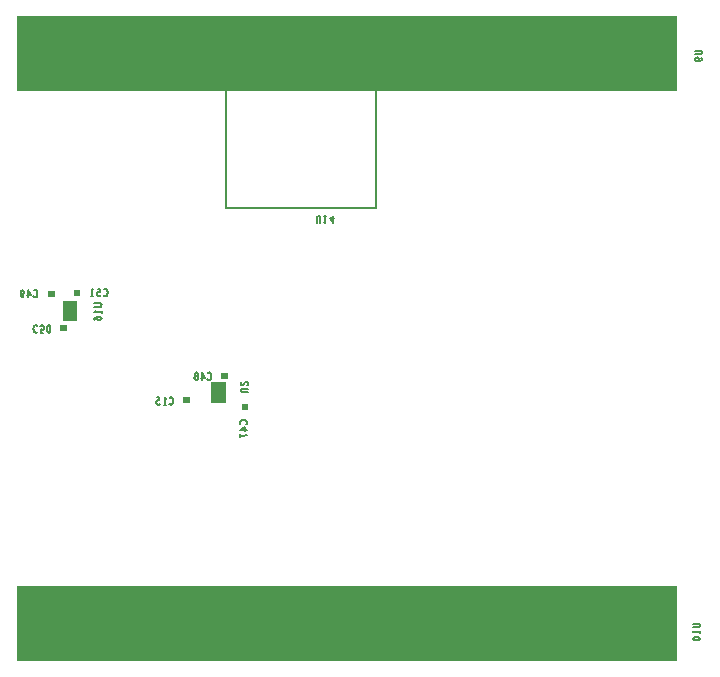
<source format=gbo>
G04 ================== begin FILE IDENTIFICATION RECORD ==================*
G04 Layout Name:  BBB_CAPE_PCB_AN_V_1_1.brd*
G04 Film Name:    SILKSCREEN_BOTTOM*
G04 File Format:  Gerber RS274X*
G04 File Origin:  Cadence Allegro 16.6-2015-S056*
G04 Origin Date:  Tue May 17 20:29:37 2016*
G04 *
G04 Layer:  REF DES/SILKSCREEN_BOTTOM*
G04 Layer:  PACKAGE GEOMETRY/SILKSCREEN_BOTTOM*
G04 Layer:  BOARD GEOMETRY/SILKSCREEN_BOTTOM*
G04 *
G04 Offset:    (0.00 0.00)*
G04 Mirror:    No*
G04 Mode:      Positive*
G04 Rotation:  0*
G04 FullContactRelief:  No*
G04 UndefLineWidth:     5.00*
G04 ================== end FILE IDENTIFICATION RECORD ====================*
%FSLAX25Y25*MOIN*%
%IR0*IPPOS*OFA0.00000B0.00000*MIA0B0*SFA1.00000B1.00000*%
%ADD10C,.005*%
G75*
%LPD*%
G75*
G36*
G01X611300Y1618100D02*
X831300D01*
Y1593100D01*
X611300D01*
Y1618100D01*
G37*
G36*
G01X611400Y1808000D02*
X831400D01*
Y1783000D01*
X611400D01*
Y1808000D01*
G37*
G36*
G01X625700Y1702900D02*
Y1704900D01*
X627900D01*
Y1702900D01*
X625700D01*
G37*
G36*
G01X626600Y1713200D02*
X631400D01*
Y1706300D01*
X626600D01*
Y1713200D01*
G37*
G36*
G01X623800Y1716400D02*
Y1714400D01*
X621600D01*
Y1716400D01*
X623800D01*
G37*
G36*
G01X632400Y1716600D02*
Y1714600D01*
X630200D01*
Y1716600D01*
X632400D01*
G37*
G36*
G01X668800Y1680900D02*
Y1678900D01*
X666600D01*
Y1680900D01*
X668800D01*
G37*
G36*
G01X686100Y1678800D02*
X688100D01*
Y1676600D01*
X686100D01*
Y1678800D01*
G37*
G36*
G01X681600Y1688900D02*
Y1686900D01*
X679400D01*
Y1688900D01*
X681600D01*
G37*
G36*
G01X680800Y1679000D02*
X676000D01*
Y1685900D01*
X680800D01*
Y1679000D01*
G37*
G54D10*
G01X616813Y1716592D02*
X616973Y1716717D01*
X617160Y1716800D01*
X617373D01*
X617613Y1716675D01*
X617800Y1716467D01*
X617933Y1716217D01*
X618040Y1715800D01*
X618067Y1715425D01*
X618013Y1715050D01*
X617933Y1714800D01*
X617773Y1714550D01*
X617587Y1714383D01*
X617400Y1714300D01*
X617213D01*
X617027Y1714383D01*
X616867Y1714508D01*
X616733Y1714675D01*
G01X614880Y1714300D02*
Y1716800D01*
X615867Y1715008D01*
X614533D01*
G01X613453Y1714592D02*
X613267Y1714383D01*
X613053Y1714300D01*
X612840Y1714383D01*
X612653Y1714633D01*
X612520Y1715008D01*
X612467Y1715383D01*
Y1715842D01*
X612520Y1716217D01*
X612653Y1716550D01*
X612813Y1716717D01*
X613000Y1716800D01*
X613213Y1716717D01*
X613373Y1716550D01*
X613480Y1716300D01*
X613533Y1715967D01*
X613480Y1715675D01*
X613347Y1715383D01*
X613187Y1715217D01*
X613000Y1715175D01*
X612787Y1715258D01*
X612627Y1715467D01*
X612467Y1715842D01*
G01X617987Y1702708D02*
X617827Y1702583D01*
X617640Y1702500D01*
X617427D01*
X617187Y1702625D01*
X617000Y1702833D01*
X616867Y1703083D01*
X616760Y1703500D01*
X616733Y1703875D01*
X616787Y1704250D01*
X616867Y1704500D01*
X617027Y1704750D01*
X617213Y1704917D01*
X617400Y1705000D01*
X617587D01*
X617773Y1704917D01*
X617933Y1704792D01*
X618067Y1704625D01*
G01X619013D02*
X619173Y1704833D01*
X619360Y1704958D01*
X619600Y1705000D01*
X619840Y1704917D01*
X620027Y1704750D01*
X620160Y1704458D01*
X620187Y1704125D01*
X620133Y1703792D01*
X620000Y1703583D01*
X619813Y1703417D01*
X619627Y1703375D01*
X619440Y1703417D01*
X619200Y1703583D01*
X619280Y1702500D01*
X620000D01*
G01X621800D02*
X621587Y1702583D01*
X621427Y1702792D01*
X621320Y1703042D01*
X621240Y1703375D01*
X621213Y1703750D01*
X621240Y1704125D01*
X621320Y1704458D01*
X621427Y1704708D01*
X621587Y1704917D01*
X621800Y1705000D01*
X622013Y1704917D01*
X622173Y1704708D01*
X622280Y1704458D01*
X622360Y1704125D01*
X622387Y1703750D01*
X622360Y1703375D01*
X622280Y1703042D01*
X622173Y1702792D01*
X622013Y1702583D01*
X621800Y1702500D01*
G01X640213Y1716892D02*
X640373Y1717017D01*
X640560Y1717100D01*
X640773D01*
X641013Y1716975D01*
X641200Y1716767D01*
X641333Y1716517D01*
X641440Y1716100D01*
X641467Y1715725D01*
X641413Y1715350D01*
X641333Y1715100D01*
X641173Y1714850D01*
X640987Y1714683D01*
X640800Y1714600D01*
X640613D01*
X640427Y1714683D01*
X640267Y1714808D01*
X640133Y1714975D01*
G01X639187D02*
X639027Y1714767D01*
X638840Y1714642D01*
X638600Y1714600D01*
X638360Y1714683D01*
X638173Y1714850D01*
X638040Y1715142D01*
X638013Y1715475D01*
X638067Y1715808D01*
X638200Y1716017D01*
X638387Y1716183D01*
X638573Y1716225D01*
X638760Y1716183D01*
X639000Y1716017D01*
X638920Y1717100D01*
X638200D01*
G01X636400Y1714600D02*
Y1717100D01*
X636720Y1716600D01*
G01Y1714600D02*
X636080D01*
G01X637000Y1712287D02*
X638792D01*
X639167Y1712180D01*
X639417Y1711967D01*
X639500Y1711700D01*
X639417Y1711433D01*
X639167Y1711220D01*
X638792Y1711113D01*
X637000D01*
G01X639500Y1709500D02*
X637000D01*
X637500Y1709820D01*
G01X639500D02*
Y1709180D01*
G01X638458Y1707807D02*
X638167Y1707620D01*
X638000Y1707460D01*
X637917Y1707247D01*
X638000Y1707060D01*
X638167Y1706927D01*
X638417Y1706820D01*
X638708Y1706793D01*
X638958Y1706820D01*
X639208Y1706927D01*
X639417Y1707087D01*
X639500Y1707273D01*
X639417Y1707487D01*
X639167Y1707673D01*
X638792Y1707780D01*
X638375Y1707807D01*
X637833Y1707753D01*
X637542Y1707673D01*
X637250Y1707540D01*
X637042Y1707353D01*
X637000Y1707167D01*
X637083Y1706980D01*
X637292Y1706847D01*
G01X662113Y1680792D02*
X662273Y1680917D01*
X662460Y1681000D01*
X662673D01*
X662913Y1680875D01*
X663100Y1680667D01*
X663233Y1680417D01*
X663340Y1680000D01*
X663367Y1679625D01*
X663313Y1679250D01*
X663233Y1679000D01*
X663073Y1678750D01*
X662887Y1678583D01*
X662700Y1678500D01*
X662513D01*
X662327Y1678583D01*
X662167Y1678708D01*
X662033Y1678875D01*
G01X660500Y1678500D02*
Y1681000D01*
X660820Y1680500D01*
G01Y1678500D02*
X660180D01*
G01X658887Y1678875D02*
X658727Y1678667D01*
X658540Y1678542D01*
X658300Y1678500D01*
X658060Y1678583D01*
X657873Y1678750D01*
X657740Y1679042D01*
X657713Y1679375D01*
X657767Y1679708D01*
X657900Y1679917D01*
X658087Y1680083D01*
X658273Y1680125D01*
X658460Y1680083D01*
X658700Y1679917D01*
X658620Y1681000D01*
X657900D01*
G01X685708Y1672113D02*
X685583Y1672273D01*
X685500Y1672460D01*
Y1672673D01*
X685625Y1672913D01*
X685833Y1673100D01*
X686083Y1673233D01*
X686500Y1673340D01*
X686875Y1673367D01*
X687250Y1673313D01*
X687500Y1673233D01*
X687750Y1673073D01*
X687917Y1672887D01*
X688000Y1672700D01*
Y1672513D01*
X687917Y1672327D01*
X687792Y1672167D01*
X687625Y1672033D01*
G01X688000Y1670180D02*
X685500D01*
X687292Y1671167D01*
Y1669833D01*
G01X688000Y1668353D02*
X687458Y1668300D01*
X687000Y1668220D01*
X686583Y1668113D01*
X686125Y1667980D01*
X685500Y1667767D01*
Y1668833D01*
G01X674813Y1689092D02*
X674973Y1689217D01*
X675160Y1689300D01*
X675373D01*
X675613Y1689175D01*
X675800Y1688967D01*
X675933Y1688717D01*
X676040Y1688300D01*
X676067Y1687925D01*
X676013Y1687550D01*
X675933Y1687300D01*
X675773Y1687050D01*
X675587Y1686883D01*
X675400Y1686800D01*
X675213D01*
X675027Y1686883D01*
X674867Y1687008D01*
X674733Y1687175D01*
G01X672880Y1686800D02*
Y1689300D01*
X673867Y1687508D01*
X672533D01*
G01X671000Y1686800D02*
X670813Y1686842D01*
X670600Y1686967D01*
X670467Y1687175D01*
X670413Y1687467D01*
X670467Y1687758D01*
X670627Y1688008D01*
X670867Y1688133D01*
X671133D01*
X671293Y1688217D01*
X671427Y1688425D01*
X671480Y1688717D01*
X671400Y1689008D01*
X671213Y1689217D01*
X671000Y1689300D01*
X670787Y1689217D01*
X670600Y1689008D01*
X670520Y1688717D01*
X670573Y1688425D01*
X670707Y1688217D01*
X670867Y1688133D01*
X671133D01*
X671373Y1688008D01*
X671533Y1687758D01*
X671587Y1687467D01*
X671533Y1687175D01*
X671400Y1686967D01*
X671187Y1686842D01*
X671000Y1686800D01*
G01X688400Y1682713D02*
X686608D01*
X686233Y1682820D01*
X685983Y1683033D01*
X685900Y1683300D01*
X685983Y1683567D01*
X686233Y1683780D01*
X686608Y1683887D01*
X688400D01*
G01X687983Y1684993D02*
X688233Y1685153D01*
X688358Y1685340D01*
X688400Y1685553D01*
X688317Y1685820D01*
X688108Y1686007D01*
X687858Y1686060D01*
X687608Y1686033D01*
X687400Y1685927D01*
X686983Y1685393D01*
X686692Y1685153D01*
X686275Y1684993D01*
X685900Y1684940D01*
Y1686060D01*
G01X681000Y1743900D02*
Y1783900D01*
X731000D01*
Y1743900D01*
X681000D01*
G01X711213Y1738900D02*
Y1740692D01*
X711320Y1741067D01*
X711533Y1741317D01*
X711800Y1741400D01*
X712067Y1741317D01*
X712280Y1741067D01*
X712387Y1740692D01*
Y1738900D01*
G01X714000Y1741400D02*
Y1738900D01*
X713680Y1739400D01*
G01Y1741400D02*
X714320D01*
G01X716520D02*
Y1738900D01*
X715533Y1740692D01*
X716867D01*
G01X836500Y1605487D02*
X838292D01*
X838667Y1605380D01*
X838917Y1605167D01*
X839000Y1604900D01*
X838917Y1604633D01*
X838667Y1604420D01*
X838292Y1604313D01*
X836500D01*
G01X839000Y1602700D02*
X836500D01*
X837000Y1603020D01*
G01X839000D02*
Y1602380D01*
G01X836500Y1600500D02*
X836583Y1600713D01*
X836792Y1600873D01*
X837042Y1600980D01*
X837375Y1601060D01*
X837750Y1601087D01*
X838125Y1601060D01*
X838458Y1600980D01*
X838708Y1600873D01*
X838917Y1600713D01*
X839000Y1600500D01*
X838917Y1600287D01*
X838708Y1600127D01*
X838458Y1600020D01*
X838125Y1599940D01*
X837750Y1599913D01*
X837375Y1599940D01*
X837042Y1600020D01*
X836792Y1600127D01*
X836583Y1600287D01*
X836500Y1600500D01*
G01X837100Y1796487D02*
X838892D01*
X839267Y1796380D01*
X839517Y1796167D01*
X839600Y1795900D01*
X839517Y1795633D01*
X839267Y1795420D01*
X838892Y1795313D01*
X837100D01*
G01X839308Y1794153D02*
X839517Y1793967D01*
X839600Y1793753D01*
X839517Y1793540D01*
X839267Y1793353D01*
X838892Y1793220D01*
X838517Y1793167D01*
X838058D01*
X837683Y1793220D01*
X837350Y1793353D01*
X837183Y1793513D01*
X837100Y1793700D01*
X837183Y1793913D01*
X837350Y1794073D01*
X837600Y1794180D01*
X837933Y1794233D01*
X838225Y1794180D01*
X838517Y1794047D01*
X838683Y1793887D01*
X838725Y1793700D01*
X838642Y1793487D01*
X838433Y1793327D01*
X838058Y1793167D01*
M02*

</source>
